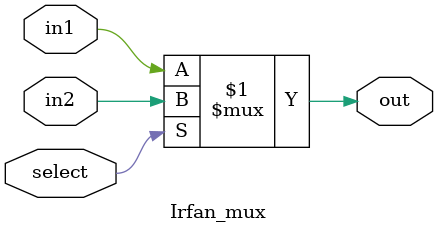
<source format=v>
module Irfan_mux(in1, in2, select, out);

// define input  port
input in1, in2, select;

// define the output port
output out;

// assign one of the inputs to the output based upon select line input
assign out = select ? in2 : in1;
endmodule :Irfan_mux 


</source>
